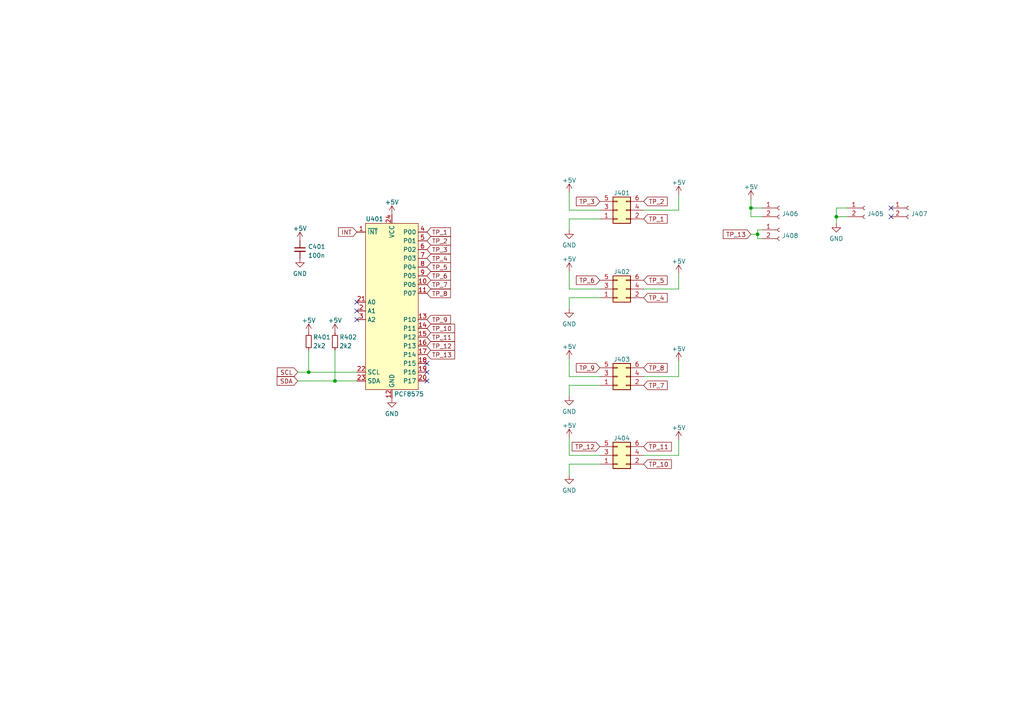
<source format=kicad_sch>
(kicad_sch (version 20211123) (generator eeschema)
  (paper "A4")
  (title_block (title "BoardGame") (date "2022-09-21") (rev "1"))
  (lib_symbols
    (symbol "Connector:Conn_01x02_Female" (pin_names (offset 1.016) hide)
      (property "Reference" "J" (at 0 2.54 0))
      (property "Value" "Conn_01x02_Female" (at 0 -5.08 0))
      (symbol "Conn_01x02_Female_1_1"
        (arc (start 0 -2.032) (mid -0.508 -2.54) (end 0 -3.048) (stroke (width 0.1524)))
        (polyline (pts (xy -1.27 -2.54) (xy -0.508 -2.54)) (stroke (width 0.1524)))
        (polyline (pts (xy -1.27 0) (xy -0.508 0)) (stroke (width 0.1524)))
        (arc (start 0 0.508) (mid -0.508 0) (end 0 -0.508) (stroke (width 0.1524)))
        (pin passive line (at -5.08 0 0) (length 3.81) (name "Pin_1") (number "1"))
        (pin passive line (at -5.08 -2.54 0) (length 3.81) (name "Pin_2") (number "2"))
      )
    )
    (symbol "Connector_Generic:Conn_02x03_Odd_Even" (pin_names (offset 1.016) hide)
      (property "Reference" "J" (at 1.27 5.08 0))
      (property "Value" "Conn_02x03_Odd_Even" (at 1.27 -5.08 0))
      (symbol "Conn_02x03_Odd_Even_1_1"
        (rectangle (start -1.27 -2.413) (end 0 -2.667) (stroke (width 0.1524)))
        (rectangle (start -1.27 0.127) (end 0 -0.127) (stroke (width 0.1524)))
        (rectangle (start -1.27 2.667) (end 0 2.413) (stroke (width 0.1524)))
        (rectangle (start -1.27 3.81) (end 3.81 -3.81) (stroke (width 0.254)) (fill (type background)))
        (rectangle (start 3.81 -2.413) (end 2.54 -2.667) (stroke (width 0.1524)))
        (rectangle (start 3.81 0.127) (end 2.54 -0.127) (stroke (width 0.1524)))
        (rectangle (start 3.81 2.667) (end 2.54 2.413) (stroke (width 0.1524)))
        (pin passive line (at -5.08 2.54 0) (length 3.81) (name "Pin_1") (number "1"))
        (pin passive line (at 7.62 2.54 180) (length 3.81) (name "Pin_2") (number "2"))
        (pin passive line (at -5.08 0 0) (length 3.81) (name "Pin_3") (number "3"))
        (pin passive line (at 7.62 0 180) (length 3.81) (name "Pin_4") (number "4"))
        (pin passive line (at -5.08 -2.54 0) (length 3.81) (name "Pin_5") (number "5"))
        (pin passive line (at 7.62 -2.54 180) (length 3.81) (name "Pin_6") (number "6"))
      )
    )
    (symbol "Device:C_Small" (pin_numbers hide) (pin_names (offset 0.254) hide)
      (property "Reference" "C" (at 0.254 1.778 0))
      (property "Value" "C_Small" (at 0.254 -2.032 0))
      (symbol "C_Small_0_1"
        (polyline (pts (xy -1.524 -0.508) (xy 1.524 -0.508)) (stroke (width 0.3302)))
        (polyline (pts (xy -1.524 0.508) (xy 1.524 0.508)) (stroke (width 0.3048)))
      )
      (symbol "C_Small_1_1"
        (pin passive line (at 0 2.54 270) (length 2.032) (name "~") (number "1"))
        (pin passive line (at 0 -2.54 90) (length 2.032) (name "~") (number "2"))
      )
    )
    (symbol "Device:R_Small" (pin_numbers hide) (pin_names (offset 0.254) hide)
      (property "Reference" "R" (at 0.762 0.508 0))
      (property "Value" "R_Small" (at 0.762 -1.016 0))
      (symbol "R_Small_0_1"
        (rectangle (start -0.762 1.778) (end 0.762 -1.778) (stroke (width 0.2032)))
      )
      (symbol "R_Small_1_1"
        (pin passive line (at 0 2.54 270) (length 0.762) (name "~") (number "1"))
        (pin passive line (at 0 -2.54 90) (length 0.762) (name "~") (number "2"))
      )
    )
    (symbol "Symbols:PCF8575"
      (property "Reference" "U" (at -7.62 27.94 0))
      (property "Value" "PCF8575" (at 7.62 -25.4 0))
      (symbol "PCF8575_0_0"
        (pin input line (at 10.16 7.62 180) (length 2.54) (name "P06") (number "10"))
        (pin input line (at 10.16 5.08 180) (length 2.54) (name "P07") (number "11"))
        (pin input line (at 10.16 -2.54 180) (length 2.54) (name "P10") (number "13"))
        (pin input line (at 10.16 -5.08 180) (length 2.54) (name "P11") (number "14"))
        (pin input line (at 10.16 -10.16 180) (length 2.54) (name "P13") (number "16"))
        (pin input line (at 10.16 -12.7 180) (length 2.54) (name "P14") (number "17"))
        (pin input line (at 10.16 -15.24 180) (length 2.54) (name "P15") (number "18"))
        (pin input line (at 10.16 -17.78 180) (length 2.54) (name "P16") (number "19"))
        (pin input line (at 10.16 -20.32 180) (length 2.54) (name "P17") (number "20"))
        (pin input line (at 10.16 20.32 180) (length 2.54) (name "P01") (number "5"))
        (pin input line (at 10.16 17.78 180) (length 2.54) (name "P02") (number "6"))
        (pin input line (at 10.16 15.24 180) (length 2.54) (name "P03") (number "7"))
        (pin input line (at 10.16 10.16 180) (length 2.54) (name "P05") (number "9"))
      )
      (symbol "PCF8575_0_1"
        (rectangle (start -7.62 25.4) (end 7.62 -22.86) (fill (type background)))
      )
      (symbol "PCF8575_1_1"
        (pin input line (at -10.16 22.86 0) (length 2.54) (name "~{INT}") (number "1"))
        (pin input line (at 0 -25.4 90) (length 2.54) (name "GND") (number "12"))
        (pin input line (at 10.16 -7.62 180) (length 2.54) (name "P12") (number "15"))
        (pin input line (at -10.16 0 0) (length 2.54) (name "A1") (number "2"))
        (pin input line (at -10.16 2.54 0) (length 2.54) (name "A0") (number "21"))
        (pin input line (at -10.16 -17.78 0) (length 2.54) (name "SCL") (number "22"))
        (pin input line (at -10.16 -20.32 0) (length 2.54) (name "SDA") (number "23"))
        (pin input line (at 0 27.94 270) (length 2.54) (name "VCC") (number "24"))
        (pin input line (at -10.16 -2.54 0) (length 2.54) (name "A2") (number "3"))
        (pin input line (at 10.16 22.86 180) (length 2.54) (name "P00") (number "4"))
        (pin input line (at 10.16 12.7 180) (length 2.54) (name "P04") (number "8"))
      )
    )
    (symbol "power:+5V" (power) (pin_names (offset 0))
      (property "Value" "+5V" (at 0 3.556 0))
      (symbol "+5V_0_1"
        (polyline (pts (xy -0.762 1.27) (xy 0 2.54)))
        (polyline (pts (xy 0 0) (xy 0 2.54)))
        (polyline (pts (xy 0 2.54) (xy 0.762 1.27)))
      )
      (symbol "+5V_1_1"
        (pin power_in line (at 0 0 90) (length 0) hide (name "+5V") (number "1"))
      )
    )
    (symbol "power:GND" (power) (pin_names (offset 0))
      (property "Value" "GND" (at 0 -3.81 0))
      (symbol "GND_0_1"
        (polyline (pts (xy 0 0) (xy 0 -1.27) (xy 1.27 -1.27) (xy 0 -2.54) (xy -1.27 -1.27) (xy 0 -1.27)))
      )
      (symbol "GND_1_1"
        (pin power_in line (at 0 0 270) (length 0) hide (name "GND") (number "1"))
      )
    )
  )
  (junction (at 97.155 110.49))
  (junction (at 217.805 60.325))
  (junction (at 89.535 107.95))
  (junction (at 242.57 62.865))
  (junction (at 219.71 67.945))
  (no_connect (at 103.505 90.17))
  (no_connect (at 123.825 107.95))
  (no_connect (at 258.445 62.865))
  (no_connect (at 258.445 60.325))
  (no_connect (at 103.505 87.63))
  (no_connect (at 123.825 105.41))
  (no_connect (at 123.825 110.49))
  (no_connect (at 103.505 92.71))
  (wire (pts (xy 86.36 107.95) (xy 89.535 107.95)))
  (wire (pts (xy 165.1 132.08) (xy 165.1 127)))
  (wire (pts (xy 173.99 109.22) (xy 165.1 109.22)))
  (wire (pts (xy 220.98 69.215) (xy 219.71 69.215)))
  (wire (pts (xy 242.57 60.325) (xy 242.57 62.865)))
  (wire (pts (xy 165.1 86.36) (xy 165.1 89.535)))
  (wire (pts (xy 242.57 62.865) (xy 242.57 64.77)))
  (wire (pts (xy 217.805 60.325) (xy 217.805 62.865)))
  (wire (pts (xy 196.85 132.08) (xy 186.69 132.08)))
  (wire (pts (xy 173.99 83.82) (xy 165.1 83.82)))
  (wire (pts (xy 89.535 101.6) (xy 89.535 107.95)))
  (wire (pts (xy 165.1 63.5) (xy 165.1 66.675)))
  (wire (pts (xy 196.85 83.82) (xy 186.69 83.82)))
  (wire (pts (xy 86.36 110.49) (xy 97.155 110.49)))
  (wire (pts (xy 196.85 104.775) (xy 196.85 109.22)))
  (wire (pts (xy 173.99 63.5) (xy 165.1 63.5)))
  (wire (pts (xy 173.99 132.08) (xy 165.1 132.08)))
  (wire (pts (xy 217.805 57.785) (xy 217.805 60.325)))
  (wire (pts (xy 165.1 109.22) (xy 165.1 104.14)))
  (wire (pts (xy 219.71 69.215) (xy 219.71 67.945)))
  (wire (pts (xy 97.155 101.6) (xy 97.155 110.49)))
  (wire (pts (xy 89.535 107.95) (xy 103.505 107.95)))
  (wire (pts (xy 165.1 60.96) (xy 165.1 55.88)))
  (wire (pts (xy 217.805 60.325) (xy 220.98 60.325)))
  (wire (pts (xy 173.99 86.36) (xy 165.1 86.36)))
  (wire (pts (xy 196.85 56.515) (xy 196.85 60.96)))
  (wire (pts (xy 173.99 134.62) (xy 165.1 134.62)))
  (wire (pts (xy 165.1 134.62) (xy 165.1 137.795)))
  (wire (pts (xy 196.85 109.22) (xy 186.69 109.22)))
  (wire (pts (xy 242.57 62.865) (xy 245.745 62.865)))
  (wire (pts (xy 242.57 60.325) (xy 245.745 60.325)))
  (wire (pts (xy 97.155 110.49) (xy 103.505 110.49)))
  (wire (pts (xy 196.85 79.375) (xy 196.85 83.82)))
  (wire (pts (xy 173.99 60.96) (xy 165.1 60.96)))
  (wire (pts (xy 196.85 60.96) (xy 186.69 60.96)))
  (wire (pts (xy 165.1 111.76) (xy 165.1 114.935)))
  (wire (pts (xy 196.85 127.635) (xy 196.85 132.08)))
  (wire (pts (xy 219.71 67.945) (xy 219.71 66.675)))
  (wire (pts (xy 173.99 111.76) (xy 165.1 111.76)))
  (wire (pts (xy 217.805 67.945) (xy 219.71 67.945)))
  (wire (pts (xy 219.71 66.675) (xy 220.98 66.675)))
  (wire (pts (xy 165.1 83.82) (xy 165.1 78.74)))
  (wire (pts (xy 217.805 62.865) (xy 220.98 62.865)))
  (global_label "TP_8" (shape input) (at 123.825 85.09 0) (property "Intersheet References" "${INTERSHEET_REFS}" (effects hide)))
  (global_label "TP_13" (shape input) (at 123.825 102.87 0) (property "Intersheet References" "${INTERSHEET_REFS}" (effects hide)))
  (global_label "TP_8" (shape input) (at 186.69 106.68 0) (property "Intersheet References" "${INTERSHEET_REFS}" (effects hide)))
  (global_label "TP_9" (shape input) (at 123.825 92.71 0) (property "Intersheet References" "${INTERSHEET_REFS}" (effects hide)))
  (global_label "TP_5" (shape input) (at 123.825 77.47 0) (property "Intersheet References" "${INTERSHEET_REFS}" (effects hide)))
  (global_label "TP_4" (shape input) (at 123.825 74.93 0) (property "Intersheet References" "${INTERSHEET_REFS}" (effects hide)))
  (global_label "SDA" (shape input) (at 86.36 110.49 180) (property "Intersheet References" "${INTERSHEET_REFS}" (effects hide)))
  (global_label "TP_12" (shape input) (at 123.825 100.33 0) (property "Intersheet References" "${INTERSHEET_REFS}" (effects hide)))
  (global_label "TP_10" (shape input) (at 186.69 134.62 0) (property "Intersheet References" "${INTERSHEET_REFS}" (effects hide)))
  (global_label "TP_1" (shape input) (at 123.825 67.31 0) (property "Intersheet References" "${INTERSHEET_REFS}" (effects hide)))
  (global_label "TP_7" (shape input) (at 123.825 82.55 0) (property "Intersheet References" "${INTERSHEET_REFS}" (effects hide)))
  (global_label "TP_11" (shape input) (at 123.825 97.79 0) (property "Intersheet References" "${INTERSHEET_REFS}" (effects hide)))
  (global_label "TP_4" (shape input) (at 186.69 86.36 0) (property "Intersheet References" "${INTERSHEET_REFS}" (effects hide)))
  (global_label "TP_2" (shape input) (at 186.69 58.42 0) (property "Intersheet References" "${INTERSHEET_REFS}" (effects hide)))
  (global_label "SCL" (shape input) (at 86.36 107.95 180) (property "Intersheet References" "${INTERSHEET_REFS}" (effects hide)))
  (global_label "TP_7" (shape input) (at 186.69 111.76 0) (property "Intersheet References" "${INTERSHEET_REFS}" (effects hide)))
  (global_label "TP_6" (shape input) (at 123.825 80.01 0) (property "Intersheet References" "${INTERSHEET_REFS}" (effects hide)))
  (global_label "TP_13" (shape input) (at 217.805 67.945 180) (property "Intersheet References" "${INTERSHEET_REFS}" (effects hide)))
  (global_label "TP_1" (shape input) (at 186.69 63.5 0) (property "Intersheet References" "${INTERSHEET_REFS}" (effects hide)))
  (global_label "TP_11" (shape input) (at 186.69 129.54 0) (property "Intersheet References" "${INTERSHEET_REFS}" (effects hide)))
  (global_label "TP_3" (shape input) (at 123.825 72.39 0) (property "Intersheet References" "${INTERSHEET_REFS}" (effects hide)))
  (global_label "TP_6" (shape input) (at 173.99 81.28 180) (property "Intersheet References" "${INTERSHEET_REFS}" (effects hide)))
  (global_label "TP_5" (shape input) (at 186.69 81.28 0) (property "Intersheet References" "${INTERSHEET_REFS}" (effects hide)))
  (global_label "TP_2" (shape input) (at 123.825 69.85 0) (property "Intersheet References" "${INTERSHEET_REFS}" (effects hide)))
  (global_label "TP_10" (shape input) (at 123.825 95.25 0) (property "Intersheet References" "${INTERSHEET_REFS}" (effects hide)))
  (global_label "TP_9" (shape input) (at 173.99 106.68 180) (property "Intersheet References" "${INTERSHEET_REFS}" (effects hide)))
  (global_label "INT" (shape input) (at 103.505 67.31 180) (property "Intersheet References" "${INTERSHEET_REFS}" (effects hide)))
  (global_label "TP_3" (shape input) (at 173.99 58.42 180) (property "Intersheet References" "${INTERSHEET_REFS}" (effects hide)))
  (global_label "TP_12" (shape input) (at 173.99 129.54 180) (property "Intersheet References" "${INTERSHEET_REFS}" (effects hide)))
  (symbol (lib_id "power:+5V") (at 165.1 127 0) (unit 1)
    (property "Reference" "#PWR0416" (effects hide))
    (property "Value" "+5V" (at 165.1 123.4242 0))
  )
  (symbol (lib_id "power:GND") (at 165.1 89.535 0) (unit 1)
    (property "Reference" "#PWR0409" (effects hide))
    (property "Value" "GND" (at 165.1 93.9784 0))
  )
  (symbol (lib_id "power:+5V") (at 196.85 127.635 0) (unit 1)
    (property "Reference" "#PWR0417" (effects hide))
    (property "Value" "+5V" (at 196.85 124.0592 0))
  )
  (symbol (lib_id "Connector:Conn_01x02_Female") (at 263.525 60.325 0) (unit 1)
    (property "Reference" "J407" (at 264.2362 62.0288 0) (effects (justify left)))
    (property "Value" "Conn_01x02_Female" (effects hide))
    (property "Footprint" "Connector_PinHeader_1.27mm:PinHeader_1x02_P1.27mm_Vertical" (effects hide))
  )
  (symbol (lib_id "Device:R_Small") (at 89.535 99.06 0) (unit 1)
    (property "Reference" "R401" (at 90.805 97.79 0) (effects (justify left)))
    (property "Value" "2k2" (at 90.805 100.33 0) (effects (justify left)))
    (property "Footprint" "Resistor_SMD:R_0603_1608Metric" (effects hide))
    (property "JLCPCB Part #" "C114662" (effects hide))
    (property "U labosu?" "ne" (effects hide))
  )
  (symbol (lib_id "Connector_Generic:Conn_02x03_Odd_Even") (at 179.07 83.82 0) (mirror x) (unit 1)
    (property "Reference" "J402" (at 180.34 78.8472 0))
    (property "Value" "Conn_02x03_Odd_Even" (effects hide))
    (property "Footprint" "Footprints:2x03_P1.27mm_conn" (effects hide))
    (property "JLCPCB Part #" "-" (effects hide))
    (property "Ostalo" "-" (effects hide))
    (property "U labosu?" "da" (effects hide))
  )
  (symbol (lib_id "power:+5V") (at 196.85 104.775 0) (unit 1)
    (property "Reference" "#PWR0413" (effects hide))
    (property "Value" "+5V" (at 196.85 101.1992 0))
  )
  (symbol (lib_id "power:+5V") (at 97.155 96.52 0) (unit 1)
    (property "Reference" "#PWR0411" (effects hide))
    (property "Value" "+5V" (at 97.155 92.9442 0))
  )
  (symbol (lib_id "Connector_Generic:Conn_02x03_Odd_Even") (at 179.07 109.22 0) (mirror x) (unit 1)
    (property "Reference" "J403" (at 180.34 104.2472 0))
    (property "Value" "Conn_02x03_Odd_Even" (effects hide))
    (property "Footprint" "Footprints:2x03_P1.27mm_conn" (effects hide))
    (property "JLCPCB Part #" "-" (effects hide))
    (property "Ostalo" "-" (effects hide))
    (property "U labosu?" "da" (effects hide))
  )
  (symbol (lib_id "power:+5V") (at 217.805 57.785 0) (unit 1)
    (property "Reference" "#PWR0419" (effects hide))
    (property "Value" "+5V" (at 217.805 54.2092 0))
  )
  (symbol (lib_id "Connector:Conn_01x02_Female") (at 250.825 60.325 0) (unit 1)
    (property "Reference" "J405" (at 251.5362 62.0288 0) (effects (justify left)))
    (property "Value" "Conn_01x02_Female" (effects hide))
    (property "Footprint" "Connector_PinHeader_1.27mm:PinHeader_1x02_P1.27mm_Vertical" (effects hide))
  )
  (symbol (lib_id "power:+5V") (at 196.85 56.515 0) (unit 1)
    (property "Reference" "#PWR0402" (effects hide))
    (property "Value" "+5V" (at 196.85 52.9392 0))
  )
  (symbol (lib_id "power:GND") (at 165.1 137.795 0) (unit 1)
    (property "Reference" "#PWR0418" (effects hide))
    (property "Value" "GND" (at 165.1 142.2384 0))
  )
  (symbol (lib_id "power:+5V") (at 86.995 69.85 0) (unit 1)
    (property "Reference" "#PWR0405" (effects hide))
    (property "Value" "+5V" (at 86.995 66.2742 0))
  )
  (symbol (lib_id "Device:R_Small") (at 97.155 99.06 0) (unit 1)
    (property "Reference" "R402" (at 98.425 97.79 0) (effects (justify left)))
    (property "Value" "2k2" (at 98.425 100.33 0) (effects (justify left)))
    (property "Footprint" "Resistor_SMD:R_0603_1608Metric" (effects hide))
    (property "JLCPCB Part #" "C114662" (effects hide))
    (property "U labosu?" "ne" (effects hide))
  )
  (symbol (lib_id "power:GND") (at 165.1 66.675 0) (unit 1)
    (property "Reference" "#PWR0404" (effects hide))
    (property "Value" "GND" (at 165.1 71.1184 0))
  )
  (symbol (lib_id "power:+5V") (at 165.1 55.88 0) (unit 1)
    (property "Reference" "#PWR0401" (effects hide))
    (property "Value" "+5V" (at 165.1 52.3042 0))
  )
  (symbol (lib_id "power:+5V") (at 165.1 78.74 0) (unit 1)
    (property "Reference" "#PWR0407" (effects hide))
    (property "Value" "+5V" (at 165.1 75.1642 0))
  )
  (symbol (lib_id "Connector_Generic:Conn_02x03_Odd_Even") (at 179.07 132.08 0) (mirror x) (unit 1)
    (property "Reference" "J404" (at 180.34 127.1072 0))
    (property "Value" "Conn_02x03_Odd_Even" (effects hide))
    (property "Footprint" "Footprints:2x03_P1.27mm_conn" (effects hide))
    (property "JLCPCB Part #" "-" (effects hide))
    (property "Ostalo" "-" (effects hide))
    (property "U labosu?" "da" (effects hide))
  )
  (symbol (lib_id "Connector:Conn_01x02_Female") (at 226.06 60.325 0) (unit 1)
    (property "Reference" "J406" (at 226.7712 62.0288 0) (effects (justify left)))
    (property "Value" "Conn_01x02_Female" (effects hide))
    (property "Footprint" "Connector_PinHeader_1.27mm:PinHeader_1x02_P1.27mm_Vertical" (effects hide))
  )
  (symbol (lib_id "power:+5V") (at 196.85 79.375 0) (unit 1)
    (property "Reference" "#PWR0408" (effects hide))
    (property "Value" "+5V" (at 196.85 75.7992 0))
  )
  (symbol (lib_id "Symbols:PCF8575") (at 113.665 90.17 0) (unit 1)
    (property "Reference" "U401" (at 106.045 63.5 0) (effects (justify left)))
    (property "Value" "PCF8575" (at 114.3 114.3 0) (effects (justify left)))
    (property "Footprint" "Package_SO:SOIC-24W_7.5x15.4mm_P1.27mm" (effects hide))
    (property "U labosu?" "da" (effects hide))
  )
  (symbol (lib_id "power:GND") (at 113.665 115.57 0) (unit 1)
    (property "Reference" "#PWR0415" (effects hide))
    (property "Value" "GND" (at 113.665 120.0134 0))
  )
  (symbol (lib_id "power:GND") (at 86.995 74.93 0) (unit 1)
    (property "Reference" "#PWR0406" (effects hide))
    (property "Value" "GND" (at 86.995 79.3734 0))
  )
  (symbol (lib_id "Connector_Generic:Conn_02x03_Odd_Even") (at 179.07 60.96 0) (mirror x) (unit 1)
    (property "Reference" "J401" (at 180.34 55.9872 0))
    (property "Value" "Conn_02x03_Odd_Even" (effects hide))
    (property "Footprint" "Footprints:2x03_P1.27mm_conn" (effects hide))
    (property "JLCPCB Part #" "-" (effects hide))
    (property "Ostalo" "-" (effects hide))
    (property "U labosu?" "da" (effects hide))
  )
  (symbol (lib_id "power:+5V") (at 89.535 96.52 0) (unit 1)
    (property "Reference" "#PWR0410" (effects hide))
    (property "Value" "+5V" (at 89.535 92.9442 0))
  )
  (symbol (lib_id "power:+5V") (at 165.1 104.14 0) (unit 1)
    (property "Reference" "#PWR0412" (effects hide))
    (property "Value" "+5V" (at 165.1 100.5642 0))
  )
  (symbol (lib_id "Connector:Conn_01x02_Female") (at 226.06 66.675 0) (unit 1)
    (property "Reference" "J408" (at 226.7712 68.3788 0) (effects (justify left)))
    (property "Value" "Conn_01x02_Female" (effects hide))
    (property "Footprint" "Connector_PinHeader_1.27mm:PinHeader_1x02_P1.27mm_Vertical" (effects hide))
  )
  (symbol (lib_id "power:GND") (at 242.57 64.77 0) (unit 1)
    (property "Reference" "#PWR0420" (effects hide))
    (property "Value" "GND" (at 242.57 69.2134 0))
  )
  (symbol (lib_id "power:GND") (at 165.1 114.935 0) (unit 1)
    (property "Reference" "#PWR0414" (effects hide))
    (property "Value" "GND" (at 165.1 119.3784 0))
  )
  (symbol (lib_id "power:+5V") (at 113.665 62.23 0) (unit 1)
    (property "Reference" "#PWR0403" (effects hide))
    (property "Value" "+5V" (at 113.665 58.6542 0))
  )
  (symbol (lib_id "Device:C_Small") (at 86.995 72.39 0) (unit 1)
    (property "Reference" "C401" (at 89.3191 71.5616 0) (effects (justify left)))
    (property "Value" "100n" (at 89.3191 74.0985 0) (effects (justify left)))
    (property "Footprint" "Capacitor_SMD:C_0603_1608Metric" (effects hide))
    (property "U labosu?" "ne" (effects hide))
    (property "JLCPCB Part #" "C113803" (effects hide))
  )
)
</source>
